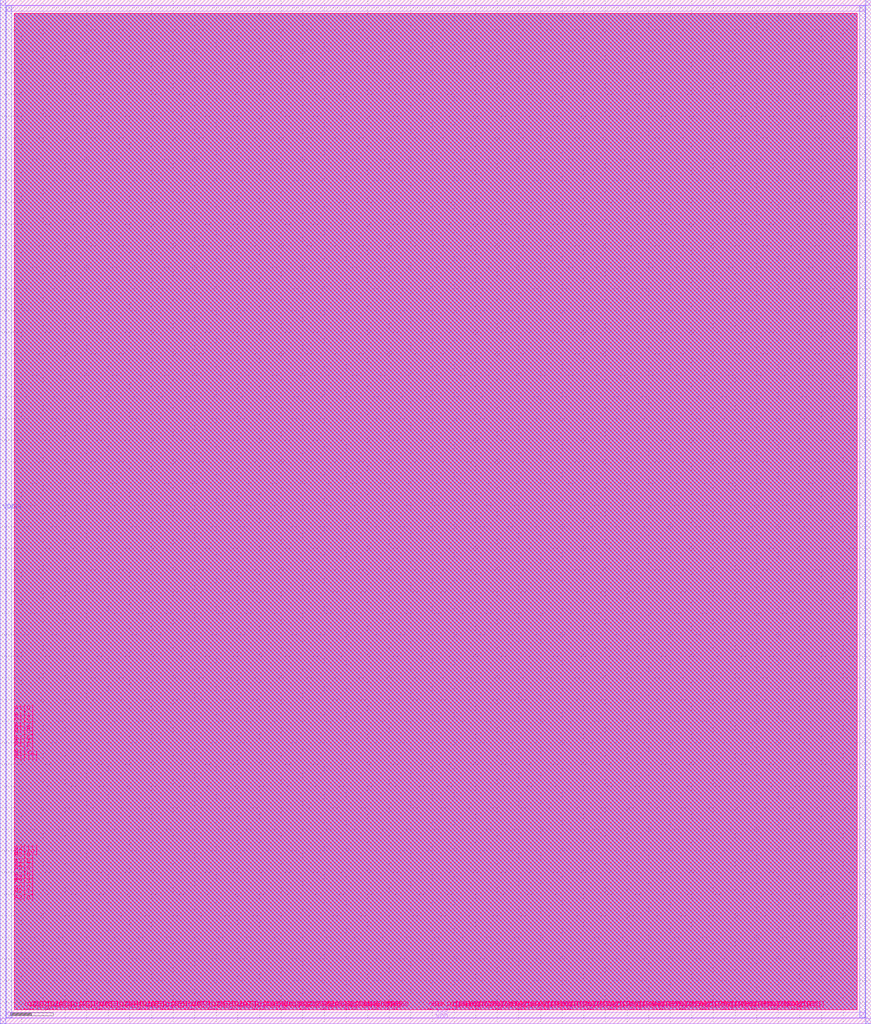
<source format=lef>
VERSION 5.6 ;
BUSBITCHARS "[]" ;
DIVIDERCHAR "/" ;


MACRO MEM2_4096X32
  CLASS BLOCK ;
  ORIGIN 0 0 ;
  FOREIGN MEM2_4096X32 0 0 ;
  SIZE 806.03 BY 947.445 ;
  SYMMETRY X Y R90 ;
  PIN A1[0]
    DIRECTION INPUT ;
    USE SIGNAL ;
    PORT
      LAYER Metal3 ;
        RECT 12.8 287.155 13.46 287.815 ;
      LAYER Metal4 ;
        RECT 12.8 287.155 13.46 287.815 ;
      LAYER Metal5 ;
        RECT 12.8 287.155 13.46 287.815 ;
      LAYER Metal6 ;
        RECT 12.8 287.155 13.46 287.815 ;
    END
  END A1[0]
  PIN A1[10]
    DIRECTION INPUT ;
    USE SIGNAL ;
    PORT
      LAYER Metal3 ;
        RECT 12.8 244.315 13.46 244.975 ;
      LAYER Metal4 ;
        RECT 12.8 244.315 13.46 244.975 ;
      LAYER Metal5 ;
        RECT 12.8 244.315 13.46 244.975 ;
      LAYER Metal6 ;
        RECT 12.8 244.315 13.46 244.975 ;
    END
  END A1[10]
  PIN A1[11]
    DIRECTION INPUT ;
    USE SIGNAL ;
    PORT
      LAYER Metal3 ;
        RECT 12.8 241.215 13.46 241.875 ;
      LAYER Metal4 ;
        RECT 12.8 241.215 13.46 241.875 ;
      LAYER Metal5 ;
        RECT 12.8 241.215 13.46 241.875 ;
      LAYER Metal6 ;
        RECT 12.8 241.215 13.46 241.875 ;
    END
  END A1[11]
  PIN A1[1]
    DIRECTION INPUT ;
    USE SIGNAL ;
    PORT
      LAYER Metal3 ;
        RECT 12.8 281.035 13.46 281.695 ;
      LAYER Metal4 ;
        RECT 12.8 281.035 13.46 281.695 ;
      LAYER Metal5 ;
        RECT 12.8 281.035 13.46 281.695 ;
      LAYER Metal6 ;
        RECT 12.8 281.035 13.46 281.695 ;
    END
  END A1[1]
  PIN A1[2]
    DIRECTION INPUT ;
    USE SIGNAL ;
    PORT
      LAYER Metal3 ;
        RECT 12.8 277.935 13.46 278.595 ;
      LAYER Metal4 ;
        RECT 12.8 277.935 13.46 278.595 ;
      LAYER Metal5 ;
        RECT 12.8 277.935 13.46 278.595 ;
      LAYER Metal6 ;
        RECT 12.8 277.935 13.46 278.595 ;
    END
  END A1[2]
  PIN A1[3]
    DIRECTION INPUT ;
    USE SIGNAL ;
    PORT
      LAYER Metal3 ;
        RECT 12.8 271.815 13.46 272.475 ;
      LAYER Metal4 ;
        RECT 12.8 271.815 13.46 272.475 ;
      LAYER Metal5 ;
        RECT 12.8 271.815 13.46 272.475 ;
      LAYER Metal6 ;
        RECT 12.8 271.815 13.46 272.475 ;
    END
  END A1[3]
  PIN A1[4]
    DIRECTION INPUT ;
    USE SIGNAL ;
    PORT
      LAYER Metal3 ;
        RECT 12.8 268.795 13.46 269.455 ;
      LAYER Metal4 ;
        RECT 12.8 268.795 13.46 269.455 ;
      LAYER Metal5 ;
        RECT 12.8 268.795 13.46 269.455 ;
      LAYER Metal6 ;
        RECT 12.8 268.795 13.46 269.455 ;
    END
  END A1[4]
  PIN A1[5]
    DIRECTION INPUT ;
    USE SIGNAL ;
    PORT
      LAYER Metal3 ;
        RECT 12.8 265.695 13.46 266.355 ;
      LAYER Metal4 ;
        RECT 12.8 265.695 13.46 266.355 ;
      LAYER Metal5 ;
        RECT 12.8 265.695 13.46 266.355 ;
      LAYER Metal6 ;
        RECT 12.8 265.695 13.46 266.355 ;
    END
  END A1[5]
  PIN A1[6]
    DIRECTION INPUT ;
    USE SIGNAL ;
    PORT
      LAYER Metal3 ;
        RECT 12.8 259.575 13.46 260.235 ;
      LAYER Metal4 ;
        RECT 12.8 259.575 13.46 260.235 ;
      LAYER Metal5 ;
        RECT 12.8 259.575 13.46 260.235 ;
      LAYER Metal6 ;
        RECT 12.8 259.575 13.46 260.235 ;
    END
  END A1[6]
  PIN A1[7]
    DIRECTION INPUT ;
    USE SIGNAL ;
    PORT
      LAYER Metal3 ;
        RECT 12.8 256.555 13.46 257.215 ;
      LAYER Metal4 ;
        RECT 12.8 256.555 13.46 257.215 ;
      LAYER Metal5 ;
        RECT 12.8 256.555 13.46 257.215 ;
      LAYER Metal6 ;
        RECT 12.8 256.555 13.46 257.215 ;
    END
  END A1[7]
  PIN A1[8]
    DIRECTION INPUT ;
    USE SIGNAL ;
    PORT
      LAYER Metal3 ;
        RECT 12.8 253.455 13.46 254.115 ;
      LAYER Metal4 ;
        RECT 12.8 253.455 13.46 254.115 ;
      LAYER Metal5 ;
        RECT 12.8 253.455 13.46 254.115 ;
      LAYER Metal6 ;
        RECT 12.8 253.455 13.46 254.115 ;
    END
  END A1[8]
  PIN A1[9]
    DIRECTION INPUT ;
    USE SIGNAL ;
    PORT
      LAYER Metal3 ;
        RECT 12.8 247.335 13.46 247.995 ;
      LAYER Metal4 ;
        RECT 12.8 247.335 13.46 247.995 ;
      LAYER Metal5 ;
        RECT 12.8 247.335 13.46 247.995 ;
      LAYER Metal6 ;
        RECT 12.8 247.335 13.46 247.995 ;
    END
  END A1[9]
  PIN A2[0]
    DIRECTION INPUT ;
    USE SIGNAL ;
    PORT
      LAYER Metal3 ;
        RECT 12.8 111.515 13.46 112.175 ;
      LAYER Metal4 ;
        RECT 12.8 111.515 13.46 112.175 ;
      LAYER Metal5 ;
        RECT 12.8 111.515 13.46 112.175 ;
      LAYER Metal6 ;
        RECT 12.8 111.515 13.46 112.175 ;
    END
  END A2[0]
  PIN A2[10]
    DIRECTION INPUT ;
    USE SIGNAL ;
    PORT
      LAYER Metal3 ;
        RECT 12.8 154.355 13.46 155.015 ;
      LAYER Metal4 ;
        RECT 12.8 154.355 13.46 155.015 ;
      LAYER Metal5 ;
        RECT 12.8 154.355 13.46 155.015 ;
      LAYER Metal6 ;
        RECT 12.8 154.355 13.46 155.015 ;
    END
  END A2[10]
  PIN A2[11]
    DIRECTION INPUT ;
    USE SIGNAL ;
    PORT
      LAYER Metal3 ;
        RECT 12.8 157.455 13.46 158.115 ;
      LAYER Metal4 ;
        RECT 12.8 157.455 13.46 158.115 ;
      LAYER Metal5 ;
        RECT 12.8 157.455 13.46 158.115 ;
      LAYER Metal6 ;
        RECT 12.8 157.455 13.46 158.115 ;
    END
  END A2[11]
  PIN A2[1]
    DIRECTION INPUT ;
    USE SIGNAL ;
    PORT
      LAYER Metal3 ;
        RECT 12.8 117.635 13.46 118.295 ;
      LAYER Metal4 ;
        RECT 12.8 117.635 13.46 118.295 ;
      LAYER Metal5 ;
        RECT 12.8 117.635 13.46 118.295 ;
      LAYER Metal6 ;
        RECT 12.8 117.635 13.46 118.295 ;
    END
  END A2[1]
  PIN A2[2]
    DIRECTION INPUT ;
    USE SIGNAL ;
    PORT
      LAYER Metal3 ;
        RECT 12.8 120.735 13.46 121.395 ;
      LAYER Metal4 ;
        RECT 12.8 120.735 13.46 121.395 ;
      LAYER Metal5 ;
        RECT 12.8 120.735 13.46 121.395 ;
      LAYER Metal6 ;
        RECT 12.8 120.735 13.46 121.395 ;
    END
  END A2[2]
  PIN A2[3]
    DIRECTION INPUT ;
    USE SIGNAL ;
    PORT
      LAYER Metal3 ;
        RECT 12.8 126.855 13.46 127.515 ;
      LAYER Metal4 ;
        RECT 12.8 126.855 13.46 127.515 ;
      LAYER Metal5 ;
        RECT 12.8 126.855 13.46 127.515 ;
      LAYER Metal6 ;
        RECT 12.8 126.855 13.46 127.515 ;
    END
  END A2[3]
  PIN A2[4]
    DIRECTION INPUT ;
    USE SIGNAL ;
    PORT
      LAYER Metal3 ;
        RECT 12.8 129.875 13.46 130.535 ;
      LAYER Metal4 ;
        RECT 12.8 129.875 13.46 130.535 ;
      LAYER Metal5 ;
        RECT 12.8 129.875 13.46 130.535 ;
      LAYER Metal6 ;
        RECT 12.8 129.875 13.46 130.535 ;
    END
  END A2[4]
  PIN A2[5]
    DIRECTION INPUT ;
    USE SIGNAL ;
    PORT
      LAYER Metal3 ;
        RECT 12.8 132.975 13.46 133.635 ;
      LAYER Metal4 ;
        RECT 12.8 132.975 13.46 133.635 ;
      LAYER Metal5 ;
        RECT 12.8 132.975 13.46 133.635 ;
      LAYER Metal6 ;
        RECT 12.8 132.975 13.46 133.635 ;
    END
  END A2[5]
  PIN A2[6]
    DIRECTION INPUT ;
    USE SIGNAL ;
    PORT
      LAYER Metal3 ;
        RECT 12.8 139.095 13.46 139.755 ;
      LAYER Metal4 ;
        RECT 12.8 139.095 13.46 139.755 ;
      LAYER Metal5 ;
        RECT 12.8 139.095 13.46 139.755 ;
      LAYER Metal6 ;
        RECT 12.8 139.095 13.46 139.755 ;
    END
  END A2[6]
  PIN A2[7]
    DIRECTION INPUT ;
    USE SIGNAL ;
    PORT
      LAYER Metal3 ;
        RECT 12.8 142.115 13.46 142.775 ;
      LAYER Metal4 ;
        RECT 12.8 142.115 13.46 142.775 ;
      LAYER Metal5 ;
        RECT 12.8 142.115 13.46 142.775 ;
      LAYER Metal6 ;
        RECT 12.8 142.115 13.46 142.775 ;
    END
  END A2[7]
  PIN A2[8]
    DIRECTION INPUT ;
    USE SIGNAL ;
    PORT
      LAYER Metal3 ;
        RECT 12.8 145.215 13.46 145.875 ;
      LAYER Metal4 ;
        RECT 12.8 145.215 13.46 145.875 ;
      LAYER Metal5 ;
        RECT 12.8 145.215 13.46 145.875 ;
      LAYER Metal6 ;
        RECT 12.8 145.215 13.46 145.875 ;
    END
  END A2[8]
  PIN A2[9]
    DIRECTION INPUT ;
    USE SIGNAL ;
    PORT
      LAYER Metal3 ;
        RECT 12.8 151.335 13.46 151.995 ;
      LAYER Metal4 ;
        RECT 12.8 151.335 13.46 151.995 ;
      LAYER Metal5 ;
        RECT 12.8 151.335 13.46 151.995 ;
      LAYER Metal6 ;
        RECT 12.8 151.335 13.46 151.995 ;
    END
  END A2[9]
  PIN CE1
    DIRECTION INPUT ;
    USE SIGNAL ;
    PORT
      LAYER Metal3 ;
        RECT 395.57 13 396.23 13.66 ;
      LAYER Metal4 ;
        RECT 395.57 13 396.23 13.66 ;
      LAYER Metal5 ;
        RECT 395.57 13 396.23 13.66 ;
      LAYER Metal6 ;
        RECT 395.57 13 396.23 13.66 ;
    END
  END CE1
  PIN CE2
    DIRECTION INPUT ;
    USE SIGNAL ;
    PORT
      LAYER Metal3 ;
        RECT 366.6 13 367.26 13.66 ;
      LAYER Metal4 ;
        RECT 366.6 13 367.26 13.66 ;
      LAYER Metal5 ;
        RECT 366.6 13 367.26 13.66 ;
      LAYER Metal6 ;
        RECT 366.6 13 367.26 13.66 ;
    END
  END CE2
  PIN CK1
    DIRECTION INPUT ;
    USE SIGNAL ;
    PORT
      LAYER Metal3 ;
        RECT 404.195 13 404.855 13.66 ;
      LAYER Metal4 ;
        RECT 404.195 13 404.855 13.66 ;
      LAYER Metal5 ;
        RECT 404.195 13 404.855 13.66 ;
      LAYER Metal6 ;
        RECT 404.195 13 404.855 13.66 ;
    END
  END CK1
  PIN CK2
    DIRECTION INPUT ;
    USE SIGNAL ;
    PORT
      LAYER Metal3 ;
        RECT 357.975 13 358.635 13.66 ;
      LAYER Metal4 ;
        RECT 357.975 13 358.635 13.66 ;
      LAYER Metal5 ;
        RECT 357.975 13 358.635 13.66 ;
      LAYER Metal6 ;
        RECT 357.975 13 358.635 13.66 ;
    END
  END CK2
  PIN D1[0]
    DIRECTION INPUT ;
    USE SIGNAL ;
    PORT
      LAYER Metal3 ;
        RECT 21.91 13 22.57 13.66 ;
      LAYER Metal4 ;
        RECT 21.91 13 22.57 13.66 ;
      LAYER Metal5 ;
        RECT 21.91 13 22.57 13.66 ;
      LAYER Metal6 ;
        RECT 21.91 13 22.57 13.66 ;
    END
  END D1[0]
  PIN D1[10]
    DIRECTION INPUT ;
    USE SIGNAL ;
    PORT
      LAYER Metal3 ;
        RECT 234.71 13 235.37 13.66 ;
      LAYER Metal4 ;
        RECT 234.71 13 235.37 13.66 ;
      LAYER Metal5 ;
        RECT 234.71 13 235.37 13.66 ;
      LAYER Metal6 ;
        RECT 234.71 13 235.37 13.66 ;
    END
  END D1[10]
  PIN D1[11]
    DIRECTION INPUT ;
    USE SIGNAL ;
    PORT
      LAYER Metal3 ;
        RECT 264.03 13 264.69 13.66 ;
      LAYER Metal4 ;
        RECT 264.03 13 264.69 13.66 ;
      LAYER Metal5 ;
        RECT 264.03 13 264.69 13.66 ;
      LAYER Metal6 ;
        RECT 264.03 13 264.69 13.66 ;
    END
  END D1[11]
  PIN D1[12]
    DIRECTION INPUT ;
    USE SIGNAL ;
    PORT
      LAYER Metal3 ;
        RECT 277.27 13 277.93 13.66 ;
      LAYER Metal4 ;
        RECT 277.27 13 277.93 13.66 ;
      LAYER Metal5 ;
        RECT 277.27 13 277.93 13.66 ;
      LAYER Metal6 ;
        RECT 277.27 13 277.93 13.66 ;
    END
  END D1[12]
  PIN D1[13]
    DIRECTION INPUT ;
    USE SIGNAL ;
    PORT
      LAYER Metal3 ;
        RECT 306.59 13 307.25 13.66 ;
      LAYER Metal4 ;
        RECT 306.59 13 307.25 13.66 ;
      LAYER Metal5 ;
        RECT 306.59 13 307.25 13.66 ;
      LAYER Metal6 ;
        RECT 306.59 13 307.25 13.66 ;
    END
  END D1[13]
  PIN D1[14]
    DIRECTION INPUT ;
    USE SIGNAL ;
    PORT
      LAYER Metal3 ;
        RECT 319.83 13 320.49 13.66 ;
      LAYER Metal4 ;
        RECT 319.83 13 320.49 13.66 ;
      LAYER Metal5 ;
        RECT 319.83 13 320.49 13.66 ;
      LAYER Metal6 ;
        RECT 319.83 13 320.49 13.66 ;
    END
  END D1[14]
  PIN D1[15]
    DIRECTION INPUT ;
    USE SIGNAL ;
    PORT
      LAYER Metal3 ;
        RECT 349.15 13 349.81 13.66 ;
      LAYER Metal4 ;
        RECT 349.15 13 349.81 13.66 ;
      LAYER Metal5 ;
        RECT 349.15 13 349.81 13.66 ;
      LAYER Metal6 ;
        RECT 349.15 13 349.81 13.66 ;
    END
  END D1[15]
  PIN D1[16]
    DIRECTION INPUT ;
    USE SIGNAL ;
    PORT
      LAYER Metal3 ;
        RECT 413.02 13 413.68 13.66 ;
      LAYER Metal4 ;
        RECT 413.02 13 413.68 13.66 ;
      LAYER Metal5 ;
        RECT 413.02 13 413.68 13.66 ;
      LAYER Metal6 ;
        RECT 413.02 13 413.68 13.66 ;
    END
  END D1[16]
  PIN D1[17]
    DIRECTION INPUT ;
    USE SIGNAL ;
    PORT
      LAYER Metal3 ;
        RECT 442.34 13 443 13.66 ;
      LAYER Metal4 ;
        RECT 442.34 13 443 13.66 ;
      LAYER Metal5 ;
        RECT 442.34 13 443 13.66 ;
      LAYER Metal6 ;
        RECT 442.34 13 443 13.66 ;
    END
  END D1[17]
  PIN D1[18]
    DIRECTION INPUT ;
    USE SIGNAL ;
    PORT
      LAYER Metal3 ;
        RECT 455.58 13 456.24 13.66 ;
      LAYER Metal4 ;
        RECT 455.58 13 456.24 13.66 ;
      LAYER Metal5 ;
        RECT 455.58 13 456.24 13.66 ;
      LAYER Metal6 ;
        RECT 455.58 13 456.24 13.66 ;
    END
  END D1[18]
  PIN D1[19]
    DIRECTION INPUT ;
    USE SIGNAL ;
    PORT
      LAYER Metal3 ;
        RECT 484.9 13 485.56 13.66 ;
      LAYER Metal4 ;
        RECT 484.9 13 485.56 13.66 ;
      LAYER Metal5 ;
        RECT 484.9 13 485.56 13.66 ;
      LAYER Metal6 ;
        RECT 484.9 13 485.56 13.66 ;
    END
  END D1[19]
  PIN D1[1]
    DIRECTION INPUT ;
    USE SIGNAL ;
    PORT
      LAYER Metal3 ;
        RECT 51.23 13 51.89 13.66 ;
      LAYER Metal4 ;
        RECT 51.23 13 51.89 13.66 ;
      LAYER Metal5 ;
        RECT 51.23 13 51.89 13.66 ;
      LAYER Metal6 ;
        RECT 51.23 13 51.89 13.66 ;
    END
  END D1[1]
  PIN D1[20]
    DIRECTION INPUT ;
    USE SIGNAL ;
    PORT
      LAYER Metal3 ;
        RECT 498.14 13 498.8 13.66 ;
      LAYER Metal4 ;
        RECT 498.14 13 498.8 13.66 ;
      LAYER Metal5 ;
        RECT 498.14 13 498.8 13.66 ;
      LAYER Metal6 ;
        RECT 498.14 13 498.8 13.66 ;
    END
  END D1[20]
  PIN D1[21]
    DIRECTION INPUT ;
    USE SIGNAL ;
    PORT
      LAYER Metal3 ;
        RECT 527.46 13 528.12 13.66 ;
      LAYER Metal4 ;
        RECT 527.46 13 528.12 13.66 ;
      LAYER Metal5 ;
        RECT 527.46 13 528.12 13.66 ;
      LAYER Metal6 ;
        RECT 527.46 13 528.12 13.66 ;
    END
  END D1[21]
  PIN D1[22]
    DIRECTION INPUT ;
    USE SIGNAL ;
    PORT
      LAYER Metal3 ;
        RECT 540.7 13 541.36 13.66 ;
      LAYER Metal4 ;
        RECT 540.7 13 541.36 13.66 ;
      LAYER Metal5 ;
        RECT 540.7 13 541.36 13.66 ;
      LAYER Metal6 ;
        RECT 540.7 13 541.36 13.66 ;
    END
  END D1[22]
  PIN D1[23]
    DIRECTION INPUT ;
    USE SIGNAL ;
    PORT
      LAYER Metal3 ;
        RECT 570.02 13 570.68 13.66 ;
      LAYER Metal4 ;
        RECT 570.02 13 570.68 13.66 ;
      LAYER Metal5 ;
        RECT 570.02 13 570.68 13.66 ;
      LAYER Metal6 ;
        RECT 570.02 13 570.68 13.66 ;
    END
  END D1[23]
  PIN D1[24]
    DIRECTION INPUT ;
    USE SIGNAL ;
    PORT
      LAYER Metal3 ;
        RECT 583.26 13 583.92 13.66 ;
      LAYER Metal4 ;
        RECT 583.26 13 583.92 13.66 ;
      LAYER Metal5 ;
        RECT 583.26 13 583.92 13.66 ;
      LAYER Metal6 ;
        RECT 583.26 13 583.92 13.66 ;
    END
  END D1[24]
  PIN D1[25]
    DIRECTION INPUT ;
    USE SIGNAL ;
    PORT
      LAYER Metal3 ;
        RECT 612.58 13 613.24 13.66 ;
      LAYER Metal4 ;
        RECT 612.58 13 613.24 13.66 ;
      LAYER Metal5 ;
        RECT 612.58 13 613.24 13.66 ;
      LAYER Metal6 ;
        RECT 612.58 13 613.24 13.66 ;
    END
  END D1[25]
  PIN D1[26]
    DIRECTION INPUT ;
    USE SIGNAL ;
    PORT
      LAYER Metal3 ;
        RECT 625.82 13 626.48 13.66 ;
      LAYER Metal4 ;
        RECT 625.82 13 626.48 13.66 ;
      LAYER Metal5 ;
        RECT 625.82 13 626.48 13.66 ;
      LAYER Metal6 ;
        RECT 625.82 13 626.48 13.66 ;
    END
  END D1[26]
  PIN D1[27]
    DIRECTION INPUT ;
    USE SIGNAL ;
    PORT
      LAYER Metal3 ;
        RECT 655.14 13 655.8 13.66 ;
      LAYER Metal4 ;
        RECT 655.14 13 655.8 13.66 ;
      LAYER Metal5 ;
        RECT 655.14 13 655.8 13.66 ;
      LAYER Metal6 ;
        RECT 655.14 13 655.8 13.66 ;
    END
  END D1[27]
  PIN D1[28]
    DIRECTION INPUT ;
    USE SIGNAL ;
    PORT
      LAYER Metal3 ;
        RECT 668.38 13 669.04 13.66 ;
      LAYER Metal4 ;
        RECT 668.38 13 669.04 13.66 ;
      LAYER Metal5 ;
        RECT 668.38 13 669.04 13.66 ;
      LAYER Metal6 ;
        RECT 668.38 13 669.04 13.66 ;
    END
  END D1[28]
  PIN D1[29]
    DIRECTION INPUT ;
    USE SIGNAL ;
    PORT
      LAYER Metal3 ;
        RECT 697.7 13 698.36 13.66 ;
      LAYER Metal4 ;
        RECT 697.7 13 698.36 13.66 ;
      LAYER Metal5 ;
        RECT 697.7 13 698.36 13.66 ;
      LAYER Metal6 ;
        RECT 697.7 13 698.36 13.66 ;
    END
  END D1[29]
  PIN D1[2]
    DIRECTION INPUT ;
    USE SIGNAL ;
    PORT
      LAYER Metal3 ;
        RECT 64.47 13 65.13 13.66 ;
      LAYER Metal4 ;
        RECT 64.47 13 65.13 13.66 ;
      LAYER Metal5 ;
        RECT 64.47 13 65.13 13.66 ;
      LAYER Metal6 ;
        RECT 64.47 13 65.13 13.66 ;
    END
  END D1[2]
  PIN D1[30]
    DIRECTION INPUT ;
    USE SIGNAL ;
    PORT
      LAYER Metal3 ;
        RECT 710.94 13 711.6 13.66 ;
      LAYER Metal4 ;
        RECT 710.94 13 711.6 13.66 ;
      LAYER Metal5 ;
        RECT 710.94 13 711.6 13.66 ;
      LAYER Metal6 ;
        RECT 710.94 13 711.6 13.66 ;
    END
  END D1[30]
  PIN D1[31]
    DIRECTION INPUT ;
    USE SIGNAL ;
    PORT
      LAYER Metal3 ;
        RECT 740.26 13 740.92 13.66 ;
      LAYER Metal4 ;
        RECT 740.26 13 740.92 13.66 ;
      LAYER Metal5 ;
        RECT 740.26 13 740.92 13.66 ;
      LAYER Metal6 ;
        RECT 740.26 13 740.92 13.66 ;
    END
  END D1[31]
  PIN D1[3]
    DIRECTION INPUT ;
    USE SIGNAL ;
    PORT
      LAYER Metal3 ;
        RECT 93.79 13 94.45 13.66 ;
      LAYER Metal4 ;
        RECT 93.79 13 94.45 13.66 ;
      LAYER Metal5 ;
        RECT 93.79 13 94.45 13.66 ;
      LAYER Metal6 ;
        RECT 93.79 13 94.45 13.66 ;
    END
  END D1[3]
  PIN D1[4]
    DIRECTION INPUT ;
    USE SIGNAL ;
    PORT
      LAYER Metal3 ;
        RECT 107.03 13 107.69 13.66 ;
      LAYER Metal4 ;
        RECT 107.03 13 107.69 13.66 ;
      LAYER Metal5 ;
        RECT 107.03 13 107.69 13.66 ;
      LAYER Metal6 ;
        RECT 107.03 13 107.69 13.66 ;
    END
  END D1[4]
  PIN D1[5]
    DIRECTION INPUT ;
    USE SIGNAL ;
    PORT
      LAYER Metal3 ;
        RECT 136.35 13 137.01 13.66 ;
      LAYER Metal4 ;
        RECT 136.35 13 137.01 13.66 ;
      LAYER Metal5 ;
        RECT 136.35 13 137.01 13.66 ;
      LAYER Metal6 ;
        RECT 136.35 13 137.01 13.66 ;
    END
  END D1[5]
  PIN D1[6]
    DIRECTION INPUT ;
    USE SIGNAL ;
    PORT
      LAYER Metal3 ;
        RECT 149.59 13 150.25 13.66 ;
      LAYER Metal4 ;
        RECT 149.59 13 150.25 13.66 ;
      LAYER Metal5 ;
        RECT 149.59 13 150.25 13.66 ;
      LAYER Metal6 ;
        RECT 149.59 13 150.25 13.66 ;
    END
  END D1[6]
  PIN D1[7]
    DIRECTION INPUT ;
    USE SIGNAL ;
    PORT
      LAYER Metal3 ;
        RECT 178.91 13 179.57 13.66 ;
      LAYER Metal4 ;
        RECT 178.91 13 179.57 13.66 ;
      LAYER Metal5 ;
        RECT 178.91 13 179.57 13.66 ;
      LAYER Metal6 ;
        RECT 178.91 13 179.57 13.66 ;
    END
  END D1[7]
  PIN D1[8]
    DIRECTION INPUT ;
    USE SIGNAL ;
    PORT
      LAYER Metal3 ;
        RECT 192.15 13 192.81 13.66 ;
      LAYER Metal4 ;
        RECT 192.15 13 192.81 13.66 ;
      LAYER Metal5 ;
        RECT 192.15 13 192.81 13.66 ;
      LAYER Metal6 ;
        RECT 192.15 13 192.81 13.66 ;
    END
  END D1[8]
  PIN D1[9]
    DIRECTION INPUT ;
    USE SIGNAL ;
    PORT
      LAYER Metal3 ;
        RECT 221.47 13 222.13 13.66 ;
      LAYER Metal4 ;
        RECT 221.47 13 222.13 13.66 ;
      LAYER Metal5 ;
        RECT 221.47 13 222.13 13.66 ;
      LAYER Metal6 ;
        RECT 221.47 13 222.13 13.66 ;
    END
  END D1[9]
  PIN D2[0]
    DIRECTION INPUT ;
    USE SIGNAL ;
    PORT
      LAYER Metal3 ;
        RECT 29.95 13 30.61 13.66 ;
      LAYER Metal4 ;
        RECT 29.95 13 30.61 13.66 ;
      LAYER Metal5 ;
        RECT 29.95 13 30.61 13.66 ;
      LAYER Metal6 ;
        RECT 29.95 13 30.61 13.66 ;
    END
  END D2[0]
  PIN D2[10]
    DIRECTION INPUT ;
    USE SIGNAL ;
    PORT
      LAYER Metal3 ;
        RECT 242.75 13 243.41 13.66 ;
      LAYER Metal4 ;
        RECT 242.75 13 243.41 13.66 ;
      LAYER Metal5 ;
        RECT 242.75 13 243.41 13.66 ;
      LAYER Metal6 ;
        RECT 242.75 13 243.41 13.66 ;
    END
  END D2[10]
  PIN D2[11]
    DIRECTION INPUT ;
    USE SIGNAL ;
    PORT
      LAYER Metal3 ;
        RECT 255.99 13 256.65 13.66 ;
      LAYER Metal4 ;
        RECT 255.99 13 256.65 13.66 ;
      LAYER Metal5 ;
        RECT 255.99 13 256.65 13.66 ;
      LAYER Metal6 ;
        RECT 255.99 13 256.65 13.66 ;
    END
  END D2[11]
  PIN D2[12]
    DIRECTION INPUT ;
    USE SIGNAL ;
    PORT
      LAYER Metal3 ;
        RECT 285.31 13 285.97 13.66 ;
      LAYER Metal4 ;
        RECT 285.31 13 285.97 13.66 ;
      LAYER Metal5 ;
        RECT 285.31 13 285.97 13.66 ;
      LAYER Metal6 ;
        RECT 285.31 13 285.97 13.66 ;
    END
  END D2[12]
  PIN D2[13]
    DIRECTION INPUT ;
    USE SIGNAL ;
    PORT
      LAYER Metal3 ;
        RECT 298.55 13 299.21 13.66 ;
      LAYER Metal4 ;
        RECT 298.55 13 299.21 13.66 ;
      LAYER Metal5 ;
        RECT 298.55 13 299.21 13.66 ;
      LAYER Metal6 ;
        RECT 298.55 13 299.21 13.66 ;
    END
  END D2[13]
  PIN D2[14]
    DIRECTION INPUT ;
    USE SIGNAL ;
    PORT
      LAYER Metal3 ;
        RECT 327.87 13 328.53 13.66 ;
      LAYER Metal4 ;
        RECT 327.87 13 328.53 13.66 ;
      LAYER Metal5 ;
        RECT 327.87 13 328.53 13.66 ;
      LAYER Metal6 ;
        RECT 327.87 13 328.53 13.66 ;
    END
  END D2[14]
  PIN D2[15]
    DIRECTION INPUT ;
    USE SIGNAL ;
    PORT
      LAYER Metal3 ;
        RECT 341.11 13 341.77 13.66 ;
      LAYER Metal4 ;
        RECT 341.11 13 341.77 13.66 ;
      LAYER Metal5 ;
        RECT 341.11 13 341.77 13.66 ;
      LAYER Metal6 ;
        RECT 341.11 13 341.77 13.66 ;
    END
  END D2[15]
  PIN D2[16]
    DIRECTION INPUT ;
    USE SIGNAL ;
    PORT
      LAYER Metal3 ;
        RECT 421.06 13 421.72 13.66 ;
      LAYER Metal4 ;
        RECT 421.06 13 421.72 13.66 ;
      LAYER Metal5 ;
        RECT 421.06 13 421.72 13.66 ;
      LAYER Metal6 ;
        RECT 421.06 13 421.72 13.66 ;
    END
  END D2[16]
  PIN D2[17]
    DIRECTION INPUT ;
    USE SIGNAL ;
    PORT
      LAYER Metal3 ;
        RECT 434.3 13 434.96 13.66 ;
      LAYER Metal4 ;
        RECT 434.3 13 434.96 13.66 ;
      LAYER Metal5 ;
        RECT 434.3 13 434.96 13.66 ;
      LAYER Metal6 ;
        RECT 434.3 13 434.96 13.66 ;
    END
  END D2[17]
  PIN D2[18]
    DIRECTION INPUT ;
    USE SIGNAL ;
    PORT
      LAYER Metal3 ;
        RECT 463.62 13 464.28 13.66 ;
      LAYER Metal4 ;
        RECT 463.62 13 464.28 13.66 ;
      LAYER Metal5 ;
        RECT 463.62 13 464.28 13.66 ;
      LAYER Metal6 ;
        RECT 463.62 13 464.28 13.66 ;
    END
  END D2[18]
  PIN D2[19]
    DIRECTION INPUT ;
    USE SIGNAL ;
    PORT
      LAYER Metal3 ;
        RECT 476.86 13 477.52 13.66 ;
      LAYER Metal4 ;
        RECT 476.86 13 477.52 13.66 ;
      LAYER Metal5 ;
        RECT 476.86 13 477.52 13.66 ;
      LAYER Metal6 ;
        RECT 476.86 13 477.52 13.66 ;
    END
  END D2[19]
  PIN D2[1]
    DIRECTION INPUT ;
    USE SIGNAL ;
    PORT
      LAYER Metal3 ;
        RECT 43.19 13 43.85 13.66 ;
      LAYER Metal4 ;
        RECT 43.19 13 43.85 13.66 ;
      LAYER Metal5 ;
        RECT 43.19 13 43.85 13.66 ;
      LAYER Metal6 ;
        RECT 43.19 13 43.85 13.66 ;
    END
  END D2[1]
  PIN D2[20]
    DIRECTION INPUT ;
    USE SIGNAL ;
    PORT
      LAYER Metal3 ;
        RECT 506.18 13 506.84 13.66 ;
      LAYER Metal4 ;
        RECT 506.18 13 506.84 13.66 ;
      LAYER Metal5 ;
        RECT 506.18 13 506.84 13.66 ;
      LAYER Metal6 ;
        RECT 506.18 13 506.84 13.66 ;
    END
  END D2[20]
  PIN D2[21]
    DIRECTION INPUT ;
    USE SIGNAL ;
    PORT
      LAYER Metal3 ;
        RECT 519.42 13 520.08 13.66 ;
      LAYER Metal4 ;
        RECT 519.42 13 520.08 13.66 ;
      LAYER Metal5 ;
        RECT 519.42 13 520.08 13.66 ;
      LAYER Metal6 ;
        RECT 519.42 13 520.08 13.66 ;
    END
  END D2[21]
  PIN D2[22]
    DIRECTION INPUT ;
    USE SIGNAL ;
    PORT
      LAYER Metal3 ;
        RECT 548.74 13 549.4 13.66 ;
      LAYER Metal4 ;
        RECT 548.74 13 549.4 13.66 ;
      LAYER Metal5 ;
        RECT 548.74 13 549.4 13.66 ;
      LAYER Metal6 ;
        RECT 548.74 13 549.4 13.66 ;
    END
  END D2[22]
  PIN D2[23]
    DIRECTION INPUT ;
    USE SIGNAL ;
    PORT
      LAYER Metal3 ;
        RECT 561.98 13 562.64 13.66 ;
      LAYER Metal4 ;
        RECT 561.98 13 562.64 13.66 ;
      LAYER Metal5 ;
        RECT 561.98 13 562.64 13.66 ;
      LAYER Metal6 ;
        RECT 561.98 13 562.64 13.66 ;
    END
  END D2[23]
  PIN D2[24]
    DIRECTION INPUT ;
    USE SIGNAL ;
    PORT
      LAYER Metal3 ;
        RECT 591.3 13 591.96 13.66 ;
      LAYER Metal4 ;
        RECT 591.3 13 591.96 13.66 ;
      LAYER Metal5 ;
        RECT 591.3 13 591.96 13.66 ;
      LAYER Metal6 ;
        RECT 591.3 13 591.96 13.66 ;
    END
  END D2[24]
  PIN D2[25]
    DIRECTION INPUT ;
    USE SIGNAL ;
    PORT
      LAYER Metal3 ;
        RECT 604.54 13 605.2 13.66 ;
      LAYER Metal4 ;
        RECT 604.54 13 605.2 13.66 ;
      LAYER Metal5 ;
        RECT 604.54 13 605.2 13.66 ;
      LAYER Metal6 ;
        RECT 604.54 13 605.2 13.66 ;
    END
  END D2[25]
  PIN D2[26]
    DIRECTION INPUT ;
    USE SIGNAL ;
    PORT
      LAYER Metal3 ;
        RECT 633.86 13 634.52 13.66 ;
      LAYER Metal4 ;
        RECT 633.86 13 634.52 13.66 ;
      LAYER Metal5 ;
        RECT 633.86 13 634.52 13.66 ;
      LAYER Metal6 ;
        RECT 633.86 13 634.52 13.66 ;
    END
  END D2[26]
  PIN D2[27]
    DIRECTION INPUT ;
    USE SIGNAL ;
    PORT
      LAYER Metal3 ;
        RECT 647.1 13 647.76 13.66 ;
      LAYER Metal4 ;
        RECT 647.1 13 647.76 13.66 ;
      LAYER Metal5 ;
        RECT 647.1 13 647.76 13.66 ;
      LAYER Metal6 ;
        RECT 647.1 13 647.76 13.66 ;
    END
  END D2[27]
  PIN D2[28]
    DIRECTION INPUT ;
    USE SIGNAL ;
    PORT
      LAYER Metal3 ;
        RECT 676.42 13 677.08 13.66 ;
      LAYER Metal4 ;
        RECT 676.42 13 677.08 13.66 ;
      LAYER Metal5 ;
        RECT 676.42 13 677.08 13.66 ;
      LAYER Metal6 ;
        RECT 676.42 13 677.08 13.66 ;
    END
  END D2[28]
  PIN D2[29]
    DIRECTION INPUT ;
    USE SIGNAL ;
    PORT
      LAYER Metal3 ;
        RECT 689.66 13 690.32 13.66 ;
      LAYER Metal4 ;
        RECT 689.66 13 690.32 13.66 ;
      LAYER Metal5 ;
        RECT 689.66 13 690.32 13.66 ;
      LAYER Metal6 ;
        RECT 689.66 13 690.32 13.66 ;
    END
  END D2[29]
  PIN D2[2]
    DIRECTION INPUT ;
    USE SIGNAL ;
    PORT
      LAYER Metal3 ;
        RECT 72.51 13 73.17 13.66 ;
      LAYER Metal4 ;
        RECT 72.51 13 73.17 13.66 ;
      LAYER Metal5 ;
        RECT 72.51 13 73.17 13.66 ;
      LAYER Metal6 ;
        RECT 72.51 13 73.17 13.66 ;
    END
  END D2[2]
  PIN D2[30]
    DIRECTION INPUT ;
    USE SIGNAL ;
    PORT
      LAYER Metal3 ;
        RECT 718.98 13 719.64 13.66 ;
      LAYER Metal4 ;
        RECT 718.98 13 719.64 13.66 ;
      LAYER Metal5 ;
        RECT 718.98 13 719.64 13.66 ;
      LAYER Metal6 ;
        RECT 718.98 13 719.64 13.66 ;
    END
  END D2[30]
  PIN D2[31]
    DIRECTION INPUT ;
    USE SIGNAL ;
    PORT
      LAYER Metal3 ;
        RECT 732.22 13 732.88 13.66 ;
      LAYER Metal4 ;
        RECT 732.22 13 732.88 13.66 ;
      LAYER Metal5 ;
        RECT 732.22 13 732.88 13.66 ;
      LAYER Metal6 ;
        RECT 732.22 13 732.88 13.66 ;
    END
  END D2[31]
  PIN D2[3]
    DIRECTION INPUT ;
    USE SIGNAL ;
    PORT
      LAYER Metal3 ;
        RECT 85.75 13 86.41 13.66 ;
      LAYER Metal4 ;
        RECT 85.75 13 86.41 13.66 ;
      LAYER Metal5 ;
        RECT 85.75 13 86.41 13.66 ;
      LAYER Metal6 ;
        RECT 85.75 13 86.41 13.66 ;
    END
  END D2[3]
  PIN D2[4]
    DIRECTION INPUT ;
    USE SIGNAL ;
    PORT
      LAYER Metal3 ;
        RECT 115.07 13 115.73 13.66 ;
      LAYER Metal4 ;
        RECT 115.07 13 115.73 13.66 ;
      LAYER Metal5 ;
        RECT 115.07 13 115.73 13.66 ;
      LAYER Metal6 ;
        RECT 115.07 13 115.73 13.66 ;
    END
  END D2[4]
  PIN D2[5]
    DIRECTION INPUT ;
    USE SIGNAL ;
    PORT
      LAYER Metal3 ;
        RECT 128.31 13 128.97 13.66 ;
      LAYER Metal4 ;
        RECT 128.31 13 128.97 13.66 ;
      LAYER Metal5 ;
        RECT 128.31 13 128.97 13.66 ;
      LAYER Metal6 ;
        RECT 128.31 13 128.97 13.66 ;
    END
  END D2[5]
  PIN D2[6]
    DIRECTION INPUT ;
    USE SIGNAL ;
    PORT
      LAYER Metal3 ;
        RECT 157.63 13 158.29 13.66 ;
      LAYER Metal4 ;
        RECT 157.63 13 158.29 13.66 ;
      LAYER Metal5 ;
        RECT 157.63 13 158.29 13.66 ;
      LAYER Metal6 ;
        RECT 157.63 13 158.29 13.66 ;
    END
  END D2[6]
  PIN D2[7]
    DIRECTION INPUT ;
    USE SIGNAL ;
    PORT
      LAYER Metal3 ;
        RECT 170.87 13 171.53 13.66 ;
      LAYER Metal4 ;
        RECT 170.87 13 171.53 13.66 ;
      LAYER Metal5 ;
        RECT 170.87 13 171.53 13.66 ;
      LAYER Metal6 ;
        RECT 170.87 13 171.53 13.66 ;
    END
  END D2[7]
  PIN D2[8]
    DIRECTION INPUT ;
    USE SIGNAL ;
    PORT
      LAYER Metal3 ;
        RECT 200.19 13 200.85 13.66 ;
      LAYER Metal4 ;
        RECT 200.19 13 200.85 13.66 ;
      LAYER Metal5 ;
        RECT 200.19 13 200.85 13.66 ;
      LAYER Metal6 ;
        RECT 200.19 13 200.85 13.66 ;
    END
  END D2[8]
  PIN D2[9]
    DIRECTION INPUT ;
    USE SIGNAL ;
    PORT
      LAYER Metal3 ;
        RECT 213.43 13 214.09 13.66 ;
      LAYER Metal4 ;
        RECT 213.43 13 214.09 13.66 ;
      LAYER Metal5 ;
        RECT 213.43 13 214.09 13.66 ;
      LAYER Metal6 ;
        RECT 213.43 13 214.09 13.66 ;
    END
  END D2[9]
  PIN Q1[0]
    DIRECTION OUTPUT ;
    USE SIGNAL ;
    PORT
      LAYER Metal3 ;
        RECT 24.49 13 25.15 13.66 ;
      LAYER Metal4 ;
        RECT 24.49 13 25.15 13.66 ;
      LAYER Metal5 ;
        RECT 24.49 13 25.15 13.66 ;
      LAYER Metal6 ;
        RECT 24.49 13 25.15 13.66 ;
    END
  END Q1[0]
  PIN Q1[10]
    DIRECTION OUTPUT ;
    USE SIGNAL ;
    PORT
      LAYER Metal3 ;
        RECT 237.29 13 237.95 13.66 ;
      LAYER Metal4 ;
        RECT 237.29 13 237.95 13.66 ;
      LAYER Metal5 ;
        RECT 237.29 13 237.95 13.66 ;
      LAYER Metal6 ;
        RECT 237.29 13 237.95 13.66 ;
    END
  END Q1[10]
  PIN Q1[11]
    DIRECTION OUTPUT ;
    USE SIGNAL ;
    PORT
      LAYER Metal3 ;
        RECT 261.45 13 262.11 13.66 ;
      LAYER Metal4 ;
        RECT 261.45 13 262.11 13.66 ;
      LAYER Metal5 ;
        RECT 261.45 13 262.11 13.66 ;
      LAYER Metal6 ;
        RECT 261.45 13 262.11 13.66 ;
    END
  END Q1[11]
  PIN Q1[12]
    DIRECTION OUTPUT ;
    USE SIGNAL ;
    PORT
      LAYER Metal3 ;
        RECT 279.85 13 280.51 13.66 ;
      LAYER Metal4 ;
        RECT 279.85 13 280.51 13.66 ;
      LAYER Metal5 ;
        RECT 279.85 13 280.51 13.66 ;
      LAYER Metal6 ;
        RECT 279.85 13 280.51 13.66 ;
    END
  END Q1[12]
  PIN Q1[13]
    DIRECTION OUTPUT ;
    USE SIGNAL ;
    PORT
      LAYER Metal3 ;
        RECT 304.01 13 304.67 13.66 ;
      LAYER Metal4 ;
        RECT 304.01 13 304.67 13.66 ;
      LAYER Metal5 ;
        RECT 304.01 13 304.67 13.66 ;
      LAYER Metal6 ;
        RECT 304.01 13 304.67 13.66 ;
    END
  END Q1[13]
  PIN Q1[14]
    DIRECTION OUTPUT ;
    USE SIGNAL ;
    PORT
      LAYER Metal3 ;
        RECT 322.41 13 323.07 13.66 ;
      LAYER Metal4 ;
        RECT 322.41 13 323.07 13.66 ;
      LAYER Metal5 ;
        RECT 322.41 13 323.07 13.66 ;
      LAYER Metal6 ;
        RECT 322.41 13 323.07 13.66 ;
    END
  END Q1[14]
  PIN Q1[15]
    DIRECTION OUTPUT ;
    USE SIGNAL ;
    PORT
      LAYER Metal3 ;
        RECT 346.57 13 347.23 13.66 ;
      LAYER Metal4 ;
        RECT 346.57 13 347.23 13.66 ;
      LAYER Metal5 ;
        RECT 346.57 13 347.23 13.66 ;
      LAYER Metal6 ;
        RECT 346.57 13 347.23 13.66 ;
    END
  END Q1[15]
  PIN Q1[16]
    DIRECTION OUTPUT ;
    USE SIGNAL ;
    PORT
      LAYER Metal3 ;
        RECT 415.6 13 416.26 13.66 ;
      LAYER Metal4 ;
        RECT 415.6 13 416.26 13.66 ;
      LAYER Metal5 ;
        RECT 415.6 13 416.26 13.66 ;
      LAYER Metal6 ;
        RECT 415.6 13 416.26 13.66 ;
    END
  END Q1[16]
  PIN Q1[17]
    DIRECTION OUTPUT ;
    USE SIGNAL ;
    PORT
      LAYER Metal3 ;
        RECT 439.76 13 440.42 13.66 ;
      LAYER Metal4 ;
        RECT 439.76 13 440.42 13.66 ;
      LAYER Metal5 ;
        RECT 439.76 13 440.42 13.66 ;
      LAYER Metal6 ;
        RECT 439.76 13 440.42 13.66 ;
    END
  END Q1[17]
  PIN Q1[18]
    DIRECTION OUTPUT ;
    USE SIGNAL ;
    PORT
      LAYER Metal3 ;
        RECT 458.16 13 458.82 13.66 ;
      LAYER Metal4 ;
        RECT 458.16 13 458.82 13.66 ;
      LAYER Metal5 ;
        RECT 458.16 13 458.82 13.66 ;
      LAYER Metal6 ;
        RECT 458.16 13 458.82 13.66 ;
    END
  END Q1[18]
  PIN Q1[19]
    DIRECTION OUTPUT ;
    USE SIGNAL ;
    PORT
      LAYER Metal3 ;
        RECT 482.32 13 482.98 13.66 ;
      LAYER Metal4 ;
        RECT 482.32 13 482.98 13.66 ;
      LAYER Metal5 ;
        RECT 482.32 13 482.98 13.66 ;
      LAYER Metal6 ;
        RECT 482.32 13 482.98 13.66 ;
    END
  END Q1[19]
  PIN Q1[1]
    DIRECTION OUTPUT ;
    USE SIGNAL ;
    PORT
      LAYER Metal3 ;
        RECT 48.65 13 49.31 13.66 ;
      LAYER Metal4 ;
        RECT 48.65 13 49.31 13.66 ;
      LAYER Metal5 ;
        RECT 48.65 13 49.31 13.66 ;
      LAYER Metal6 ;
        RECT 48.65 13 49.31 13.66 ;
    END
  END Q1[1]
  PIN Q1[20]
    DIRECTION OUTPUT ;
    USE SIGNAL ;
    PORT
      LAYER Metal3 ;
        RECT 500.72 13 501.38 13.66 ;
      LAYER Metal4 ;
        RECT 500.72 13 501.38 13.66 ;
      LAYER Metal5 ;
        RECT 500.72 13 501.38 13.66 ;
      LAYER Metal6 ;
        RECT 500.72 13 501.38 13.66 ;
    END
  END Q1[20]
  PIN Q1[21]
    DIRECTION OUTPUT ;
    USE SIGNAL ;
    PORT
      LAYER Metal3 ;
        RECT 524.88 13 525.54 13.66 ;
      LAYER Metal4 ;
        RECT 524.88 13 525.54 13.66 ;
      LAYER Metal5 ;
        RECT 524.88 13 525.54 13.66 ;
      LAYER Metal6 ;
        RECT 524.88 13 525.54 13.66 ;
    END
  END Q1[21]
  PIN Q1[22]
    DIRECTION OUTPUT ;
    USE SIGNAL ;
    PORT
      LAYER Metal3 ;
        RECT 543.28 13 543.94 13.66 ;
      LAYER Metal4 ;
        RECT 543.28 13 543.94 13.66 ;
      LAYER Metal5 ;
        RECT 543.28 13 543.94 13.66 ;
      LAYER Metal6 ;
        RECT 543.28 13 543.94 13.66 ;
    END
  END Q1[22]
  PIN Q1[23]
    DIRECTION OUTPUT ;
    USE SIGNAL ;
    PORT
      LAYER Metal3 ;
        RECT 567.44 13 568.1 13.66 ;
      LAYER Metal4 ;
        RECT 567.44 13 568.1 13.66 ;
      LAYER Metal5 ;
        RECT 567.44 13 568.1 13.66 ;
      LAYER Metal6 ;
        RECT 567.44 13 568.1 13.66 ;
    END
  END Q1[23]
  PIN Q1[24]
    DIRECTION OUTPUT ;
    USE SIGNAL ;
    PORT
      LAYER Metal3 ;
        RECT 585.84 13 586.5 13.66 ;
      LAYER Metal4 ;
        RECT 585.84 13 586.5 13.66 ;
      LAYER Metal5 ;
        RECT 585.84 13 586.5 13.66 ;
      LAYER Metal6 ;
        RECT 585.84 13 586.5 13.66 ;
    END
  END Q1[24]
  PIN Q1[25]
    DIRECTION OUTPUT ;
    USE SIGNAL ;
    PORT
      LAYER Metal3 ;
        RECT 610 13 610.66 13.66 ;
      LAYER Metal4 ;
        RECT 610 13 610.66 13.66 ;
      LAYER Metal5 ;
        RECT 610 13 610.66 13.66 ;
      LAYER Metal6 ;
        RECT 610 13 610.66 13.66 ;
    END
  END Q1[25]
  PIN Q1[26]
    DIRECTION OUTPUT ;
    USE SIGNAL ;
    PORT
      LAYER Metal3 ;
        RECT 628.4 13 629.06 13.66 ;
      LAYER Metal4 ;
        RECT 628.4 13 629.06 13.66 ;
      LAYER Metal5 ;
        RECT 628.4 13 629.06 13.66 ;
      LAYER Metal6 ;
        RECT 628.4 13 629.06 13.66 ;
    END
  END Q1[26]
  PIN Q1[27]
    DIRECTION OUTPUT ;
    USE SIGNAL ;
    PORT
      LAYER Metal3 ;
        RECT 652.56 13 653.22 13.66 ;
      LAYER Metal4 ;
        RECT 652.56 13 653.22 13.66 ;
      LAYER Metal5 ;
        RECT 652.56 13 653.22 13.66 ;
      LAYER Metal6 ;
        RECT 652.56 13 653.22 13.66 ;
    END
  END Q1[27]
  PIN Q1[28]
    DIRECTION OUTPUT ;
    USE SIGNAL ;
    PORT
      LAYER Metal3 ;
        RECT 670.96 13 671.62 13.66 ;
      LAYER Metal4 ;
        RECT 670.96 13 671.62 13.66 ;
      LAYER Metal5 ;
        RECT 670.96 13 671.62 13.66 ;
      LAYER Metal6 ;
        RECT 670.96 13 671.62 13.66 ;
    END
  END Q1[28]
  PIN Q1[29]
    DIRECTION OUTPUT ;
    USE SIGNAL ;
    PORT
      LAYER Metal3 ;
        RECT 695.12 13 695.78 13.66 ;
      LAYER Metal4 ;
        RECT 695.12 13 695.78 13.66 ;
      LAYER Metal5 ;
        RECT 695.12 13 695.78 13.66 ;
      LAYER Metal6 ;
        RECT 695.12 13 695.78 13.66 ;
    END
  END Q1[29]
  PIN Q1[2]
    DIRECTION OUTPUT ;
    USE SIGNAL ;
    PORT
      LAYER Metal3 ;
        RECT 67.05 13 67.71 13.66 ;
      LAYER Metal4 ;
        RECT 67.05 13 67.71 13.66 ;
      LAYER Metal5 ;
        RECT 67.05 13 67.71 13.66 ;
      LAYER Metal6 ;
        RECT 67.05 13 67.71 13.66 ;
    END
  END Q1[2]
  PIN Q1[30]
    DIRECTION OUTPUT ;
    USE SIGNAL ;
    PORT
      LAYER Metal3 ;
        RECT 713.52 13 714.18 13.66 ;
      LAYER Metal4 ;
        RECT 713.52 13 714.18 13.66 ;
      LAYER Metal5 ;
        RECT 713.52 13 714.18 13.66 ;
      LAYER Metal6 ;
        RECT 713.52 13 714.18 13.66 ;
    END
  END Q1[30]
  PIN Q1[31]
    DIRECTION OUTPUT ;
    USE SIGNAL ;
    PORT
      LAYER Metal3 ;
        RECT 737.68 13 738.34 13.66 ;
      LAYER Metal4 ;
        RECT 737.68 13 738.34 13.66 ;
      LAYER Metal5 ;
        RECT 737.68 13 738.34 13.66 ;
      LAYER Metal6 ;
        RECT 737.68 13 738.34 13.66 ;
    END
  END Q1[31]
  PIN Q1[3]
    DIRECTION OUTPUT ;
    USE SIGNAL ;
    PORT
      LAYER Metal3 ;
        RECT 91.21 13 91.87 13.66 ;
      LAYER Metal4 ;
        RECT 91.21 13 91.87 13.66 ;
      LAYER Metal5 ;
        RECT 91.21 13 91.87 13.66 ;
      LAYER Metal6 ;
        RECT 91.21 13 91.87 13.66 ;
    END
  END Q1[3]
  PIN Q1[4]
    DIRECTION OUTPUT ;
    USE SIGNAL ;
    PORT
      LAYER Metal3 ;
        RECT 109.61 13 110.27 13.66 ;
      LAYER Metal4 ;
        RECT 109.61 13 110.27 13.66 ;
      LAYER Metal5 ;
        RECT 109.61 13 110.27 13.66 ;
      LAYER Metal6 ;
        RECT 109.61 13 110.27 13.66 ;
    END
  END Q1[4]
  PIN Q1[5]
    DIRECTION OUTPUT ;
    USE SIGNAL ;
    PORT
      LAYER Metal3 ;
        RECT 133.77 13 134.43 13.66 ;
      LAYER Metal4 ;
        RECT 133.77 13 134.43 13.66 ;
      LAYER Metal5 ;
        RECT 133.77 13 134.43 13.66 ;
      LAYER Metal6 ;
        RECT 133.77 13 134.43 13.66 ;
    END
  END Q1[5]
  PIN Q1[6]
    DIRECTION OUTPUT ;
    USE SIGNAL ;
    PORT
      LAYER Metal3 ;
        RECT 152.17 13 152.83 13.66 ;
      LAYER Metal4 ;
        RECT 152.17 13 152.83 13.66 ;
      LAYER Metal5 ;
        RECT 152.17 13 152.83 13.66 ;
      LAYER Metal6 ;
        RECT 152.17 13 152.83 13.66 ;
    END
  END Q1[6]
  PIN Q1[7]
    DIRECTION OUTPUT ;
    USE SIGNAL ;
    PORT
      LAYER Metal3 ;
        RECT 176.33 13 176.99 13.66 ;
      LAYER Metal4 ;
        RECT 176.33 13 176.99 13.66 ;
      LAYER Metal5 ;
        RECT 176.33 13 176.99 13.66 ;
      LAYER Metal6 ;
        RECT 176.33 13 176.99 13.66 ;
    END
  END Q1[7]
  PIN Q1[8]
    DIRECTION OUTPUT ;
    USE SIGNAL ;
    PORT
      LAYER Metal3 ;
        RECT 194.73 13 195.39 13.66 ;
      LAYER Metal4 ;
        RECT 194.73 13 195.39 13.66 ;
      LAYER Metal5 ;
        RECT 194.73 13 195.39 13.66 ;
      LAYER Metal6 ;
        RECT 194.73 13 195.39 13.66 ;
    END
  END Q1[8]
  PIN Q1[9]
    DIRECTION OUTPUT ;
    USE SIGNAL ;
    PORT
      LAYER Metal3 ;
        RECT 218.89 13 219.55 13.66 ;
      LAYER Metal4 ;
        RECT 218.89 13 219.55 13.66 ;
      LAYER Metal5 ;
        RECT 218.89 13 219.55 13.66 ;
      LAYER Metal6 ;
        RECT 218.89 13 219.55 13.66 ;
    END
  END Q1[9]
  PIN Q2[0]
    DIRECTION OUTPUT ;
    USE SIGNAL ;
    PORT
      LAYER Metal3 ;
        RECT 27.37 13 28.03 13.66 ;
      LAYER Metal4 ;
        RECT 27.37 13 28.03 13.66 ;
      LAYER Metal5 ;
        RECT 27.37 13 28.03 13.66 ;
      LAYER Metal6 ;
        RECT 27.37 13 28.03 13.66 ;
    END
  END Q2[0]
  PIN Q2[10]
    DIRECTION OUTPUT ;
    USE SIGNAL ;
    PORT
      LAYER Metal3 ;
        RECT 240.17 13 240.83 13.66 ;
      LAYER Metal4 ;
        RECT 240.17 13 240.83 13.66 ;
      LAYER Metal5 ;
        RECT 240.17 13 240.83 13.66 ;
      LAYER Metal6 ;
        RECT 240.17 13 240.83 13.66 ;
    END
  END Q2[10]
  PIN Q2[11]
    DIRECTION OUTPUT ;
    USE SIGNAL ;
    PORT
      LAYER Metal3 ;
        RECT 258.57 13 259.23 13.66 ;
      LAYER Metal4 ;
        RECT 258.57 13 259.23 13.66 ;
      LAYER Metal5 ;
        RECT 258.57 13 259.23 13.66 ;
      LAYER Metal6 ;
        RECT 258.57 13 259.23 13.66 ;
    END
  END Q2[11]
  PIN Q2[12]
    DIRECTION OUTPUT ;
    USE SIGNAL ;
    PORT
      LAYER Metal3 ;
        RECT 282.73 13 283.39 13.66 ;
      LAYER Metal4 ;
        RECT 282.73 13 283.39 13.66 ;
      LAYER Metal5 ;
        RECT 282.73 13 283.39 13.66 ;
      LAYER Metal6 ;
        RECT 282.73 13 283.39 13.66 ;
    END
  END Q2[12]
  PIN Q2[13]
    DIRECTION OUTPUT ;
    USE SIGNAL ;
    PORT
      LAYER Metal3 ;
        RECT 301.13 13 301.79 13.66 ;
      LAYER Metal4 ;
        RECT 301.13 13 301.79 13.66 ;
      LAYER Metal5 ;
        RECT 301.13 13 301.79 13.66 ;
      LAYER Metal6 ;
        RECT 301.13 13 301.79 13.66 ;
    END
  END Q2[13]
  PIN Q2[14]
    DIRECTION OUTPUT ;
    USE SIGNAL ;
    PORT
      LAYER Metal3 ;
        RECT 325.29 13 325.95 13.66 ;
      LAYER Metal4 ;
        RECT 325.29 13 325.95 13.66 ;
      LAYER Metal5 ;
        RECT 325.29 13 325.95 13.66 ;
      LAYER Metal6 ;
        RECT 325.29 13 325.95 13.66 ;
    END
  END Q2[14]
  PIN Q2[15]
    DIRECTION OUTPUT ;
    USE SIGNAL ;
    PORT
      LAYER Metal3 ;
        RECT 343.69 13 344.35 13.66 ;
      LAYER Metal4 ;
        RECT 343.69 13 344.35 13.66 ;
      LAYER Metal5 ;
        RECT 343.69 13 344.35 13.66 ;
      LAYER Metal6 ;
        RECT 343.69 13 344.35 13.66 ;
    END
  END Q2[15]
  PIN Q2[16]
    DIRECTION OUTPUT ;
    USE SIGNAL ;
    PORT
      LAYER Metal3 ;
        RECT 418.48 13 419.14 13.66 ;
      LAYER Metal4 ;
        RECT 418.48 13 419.14 13.66 ;
      LAYER Metal5 ;
        RECT 418.48 13 419.14 13.66 ;
      LAYER Metal6 ;
        RECT 418.48 13 419.14 13.66 ;
    END
  END Q2[16]
  PIN Q2[17]
    DIRECTION OUTPUT ;
    USE SIGNAL ;
    PORT
      LAYER Metal3 ;
        RECT 436.88 13 437.54 13.66 ;
      LAYER Metal4 ;
        RECT 436.88 13 437.54 13.66 ;
      LAYER Metal5 ;
        RECT 436.88 13 437.54 13.66 ;
      LAYER Metal6 ;
        RECT 436.88 13 437.54 13.66 ;
    END
  END Q2[17]
  PIN Q2[18]
    DIRECTION OUTPUT ;
    USE SIGNAL ;
    PORT
      LAYER Metal3 ;
        RECT 461.04 13 461.7 13.66 ;
      LAYER Metal4 ;
        RECT 461.04 13 461.7 13.66 ;
      LAYER Metal5 ;
        RECT 461.04 13 461.7 13.66 ;
      LAYER Metal6 ;
        RECT 461.04 13 461.7 13.66 ;
    END
  END Q2[18]
  PIN Q2[19]
    DIRECTION OUTPUT ;
    USE SIGNAL ;
    PORT
      LAYER Metal3 ;
        RECT 479.44 13 480.1 13.66 ;
      LAYER Metal4 ;
        RECT 479.44 13 480.1 13.66 ;
      LAYER Metal5 ;
        RECT 479.44 13 480.1 13.66 ;
      LAYER Metal6 ;
        RECT 479.44 13 480.1 13.66 ;
    END
  END Q2[19]
  PIN Q2[1]
    DIRECTION OUTPUT ;
    USE SIGNAL ;
    PORT
      LAYER Metal3 ;
        RECT 45.77 13 46.43 13.66 ;
      LAYER Metal4 ;
        RECT 45.77 13 46.43 13.66 ;
      LAYER Metal5 ;
        RECT 45.77 13 46.43 13.66 ;
      LAYER Metal6 ;
        RECT 45.77 13 46.43 13.66 ;
    END
  END Q2[1]
  PIN Q2[20]
    DIRECTION OUTPUT ;
    USE SIGNAL ;
    PORT
      LAYER Metal3 ;
        RECT 503.6 13 504.26 13.66 ;
      LAYER Metal4 ;
        RECT 503.6 13 504.26 13.66 ;
      LAYER Metal5 ;
        RECT 503.6 13 504.26 13.66 ;
      LAYER Metal6 ;
        RECT 503.6 13 504.26 13.66 ;
    END
  END Q2[20]
  PIN Q2[21]
    DIRECTION OUTPUT ;
    USE SIGNAL ;
    PORT
      LAYER Metal3 ;
        RECT 522 13 522.66 13.66 ;
      LAYER Metal4 ;
        RECT 522 13 522.66 13.66 ;
      LAYER Metal5 ;
        RECT 522 13 522.66 13.66 ;
      LAYER Metal6 ;
        RECT 522 13 522.66 13.66 ;
    END
  END Q2[21]
  PIN Q2[22]
    DIRECTION OUTPUT ;
    USE SIGNAL ;
    PORT
      LAYER Metal3 ;
        RECT 546.16 13 546.82 13.66 ;
      LAYER Metal4 ;
        RECT 546.16 13 546.82 13.66 ;
      LAYER Metal5 ;
        RECT 546.16 13 546.82 13.66 ;
      LAYER Metal6 ;
        RECT 546.16 13 546.82 13.66 ;
    END
  END Q2[22]
  PIN Q2[23]
    DIRECTION OUTPUT ;
    USE SIGNAL ;
    PORT
      LAYER Metal3 ;
        RECT 564.56 13 565.22 13.66 ;
      LAYER Metal4 ;
        RECT 564.56 13 565.22 13.66 ;
      LAYER Metal5 ;
        RECT 564.56 13 565.22 13.66 ;
      LAYER Metal6 ;
        RECT 564.56 13 565.22 13.66 ;
    END
  END Q2[23]
  PIN Q2[24]
    DIRECTION OUTPUT ;
    USE SIGNAL ;
    PORT
      LAYER Metal3 ;
        RECT 588.72 13 589.38 13.66 ;
      LAYER Metal4 ;
        RECT 588.72 13 589.38 13.66 ;
      LAYER Metal5 ;
        RECT 588.72 13 589.38 13.66 ;
      LAYER Metal6 ;
        RECT 588.72 13 589.38 13.66 ;
    END
  END Q2[24]
  PIN Q2[25]
    DIRECTION OUTPUT ;
    USE SIGNAL ;
    PORT
      LAYER Metal3 ;
        RECT 607.12 13 607.78 13.66 ;
      LAYER Metal4 ;
        RECT 607.12 13 607.78 13.66 ;
      LAYER Metal5 ;
        RECT 607.12 13 607.78 13.66 ;
      LAYER Metal6 ;
        RECT 607.12 13 607.78 13.66 ;
    END
  END Q2[25]
  PIN Q2[26]
    DIRECTION OUTPUT ;
    USE SIGNAL ;
    PORT
      LAYER Metal3 ;
        RECT 631.28 13 631.94 13.66 ;
      LAYER Metal4 ;
        RECT 631.28 13 631.94 13.66 ;
      LAYER Metal5 ;
        RECT 631.28 13 631.94 13.66 ;
      LAYER Metal6 ;
        RECT 631.28 13 631.94 13.66 ;
    END
  END Q2[26]
  PIN Q2[27]
    DIRECTION OUTPUT ;
    USE SIGNAL ;
    PORT
      LAYER Metal3 ;
        RECT 649.68 13 650.34 13.66 ;
      LAYER Metal4 ;
        RECT 649.68 13 650.34 13.66 ;
      LAYER Metal5 ;
        RECT 649.68 13 650.34 13.66 ;
      LAYER Metal6 ;
        RECT 649.68 13 650.34 13.66 ;
    END
  END Q2[27]
  PIN Q2[28]
    DIRECTION OUTPUT ;
    USE SIGNAL ;
    PORT
      LAYER Metal3 ;
        RECT 673.84 13 674.5 13.66 ;
      LAYER Metal4 ;
        RECT 673.84 13 674.5 13.66 ;
      LAYER Metal5 ;
        RECT 673.84 13 674.5 13.66 ;
      LAYER Metal6 ;
        RECT 673.84 13 674.5 13.66 ;
    END
  END Q2[28]
  PIN Q2[29]
    DIRECTION OUTPUT ;
    USE SIGNAL ;
    PORT
      LAYER Metal3 ;
        RECT 692.24 13 692.9 13.66 ;
      LAYER Metal4 ;
        RECT 692.24 13 692.9 13.66 ;
      LAYER Metal5 ;
        RECT 692.24 13 692.9 13.66 ;
      LAYER Metal6 ;
        RECT 692.24 13 692.9 13.66 ;
    END
  END Q2[29]
  PIN Q2[2]
    DIRECTION OUTPUT ;
    USE SIGNAL ;
    PORT
      LAYER Metal3 ;
        RECT 69.93 13 70.59 13.66 ;
      LAYER Metal4 ;
        RECT 69.93 13 70.59 13.66 ;
      LAYER Metal5 ;
        RECT 69.93 13 70.59 13.66 ;
      LAYER Metal6 ;
        RECT 69.93 13 70.59 13.66 ;
    END
  END Q2[2]
  PIN Q2[30]
    DIRECTION OUTPUT ;
    USE SIGNAL ;
    PORT
      LAYER Metal3 ;
        RECT 716.4 13 717.06 13.66 ;
      LAYER Metal4 ;
        RECT 716.4 13 717.06 13.66 ;
      LAYER Metal5 ;
        RECT 716.4 13 717.06 13.66 ;
      LAYER Metal6 ;
        RECT 716.4 13 717.06 13.66 ;
    END
  END Q2[30]
  PIN Q2[31]
    DIRECTION OUTPUT ;
    USE SIGNAL ;
    PORT
      LAYER Metal3 ;
        RECT 734.8 13 735.46 13.66 ;
      LAYER Metal4 ;
        RECT 734.8 13 735.46 13.66 ;
      LAYER Metal5 ;
        RECT 734.8 13 735.46 13.66 ;
      LAYER Metal6 ;
        RECT 734.8 13 735.46 13.66 ;
    END
  END Q2[31]
  PIN Q2[3]
    DIRECTION OUTPUT ;
    USE SIGNAL ;
    PORT
      LAYER Metal3 ;
        RECT 88.33 13 88.99 13.66 ;
      LAYER Metal4 ;
        RECT 88.33 13 88.99 13.66 ;
      LAYER Metal5 ;
        RECT 88.33 13 88.99 13.66 ;
      LAYER Metal6 ;
        RECT 88.33 13 88.99 13.66 ;
    END
  END Q2[3]
  PIN Q2[4]
    DIRECTION OUTPUT ;
    USE SIGNAL ;
    PORT
      LAYER Metal3 ;
        RECT 112.49 13 113.15 13.66 ;
      LAYER Metal4 ;
        RECT 112.49 13 113.15 13.66 ;
      LAYER Metal5 ;
        RECT 112.49 13 113.15 13.66 ;
      LAYER Metal6 ;
        RECT 112.49 13 113.15 13.66 ;
    END
  END Q2[4]
  PIN Q2[5]
    DIRECTION OUTPUT ;
    USE SIGNAL ;
    PORT
      LAYER Metal3 ;
        RECT 130.89 13 131.55 13.66 ;
      LAYER Metal4 ;
        RECT 130.89 13 131.55 13.66 ;
      LAYER Metal5 ;
        RECT 130.89 13 131.55 13.66 ;
      LAYER Metal6 ;
        RECT 130.89 13 131.55 13.66 ;
    END
  END Q2[5]
  PIN Q2[6]
    DIRECTION OUTPUT ;
    USE SIGNAL ;
    PORT
      LAYER Metal3 ;
        RECT 155.05 13 155.71 13.66 ;
      LAYER Metal4 ;
        RECT 155.05 13 155.71 13.66 ;
      LAYER Metal5 ;
        RECT 155.05 13 155.71 13.66 ;
      LAYER Metal6 ;
        RECT 155.05 13 155.71 13.66 ;
    END
  END Q2[6]
  PIN Q2[7]
    DIRECTION OUTPUT ;
    USE SIGNAL ;
    PORT
      LAYER Metal3 ;
        RECT 173.45 13 174.11 13.66 ;
      LAYER Metal4 ;
        RECT 173.45 13 174.11 13.66 ;
      LAYER Metal5 ;
        RECT 173.45 13 174.11 13.66 ;
      LAYER Metal6 ;
        RECT 173.45 13 174.11 13.66 ;
    END
  END Q2[7]
  PIN Q2[8]
    DIRECTION OUTPUT ;
    USE SIGNAL ;
    PORT
      LAYER Metal3 ;
        RECT 197.61 13 198.27 13.66 ;
      LAYER Metal4 ;
        RECT 197.61 13 198.27 13.66 ;
      LAYER Metal5 ;
        RECT 197.61 13 198.27 13.66 ;
      LAYER Metal6 ;
        RECT 197.61 13 198.27 13.66 ;
    END
  END Q2[8]
  PIN Q2[9]
    DIRECTION OUTPUT ;
    USE SIGNAL ;
    PORT
      LAYER Metal3 ;
        RECT 216.01 13 216.67 13.66 ;
      LAYER Metal4 ;
        RECT 216.01 13 216.67 13.66 ;
      LAYER Metal5 ;
        RECT 216.01 13 216.67 13.66 ;
      LAYER Metal6 ;
        RECT 216.01 13 216.67 13.66 ;
    END
  END Q2[9]
  PIN WE1
    DIRECTION INPUT ;
    USE SIGNAL ;
    PORT
      LAYER Metal3 ;
        RECT 397.97 13 398.63 13.66 ;
      LAYER Metal4 ;
        RECT 397.97 13 398.63 13.66 ;
      LAYER Metal5 ;
        RECT 397.97 13 398.63 13.66 ;
      LAYER Metal6 ;
        RECT 397.97 13 398.63 13.66 ;
    END
  END WE1
  PIN WE2
    DIRECTION INPUT ;
    USE SIGNAL ;
    PORT
      LAYER Metal3 ;
        RECT 364.2 13 364.86 13.66 ;
      LAYER Metal4 ;
        RECT 364.2 13 364.86 13.66 ;
      LAYER Metal5 ;
        RECT 364.2 13 364.86 13.66 ;
      LAYER Metal6 ;
        RECT 364.2 13 364.86 13.66 ;
    END
  END WE2
  PIN VDD
    DIRECTION INOUT ;
    USE POWER ;
    SHAPE RING ;
    PORT
      LAYER Metal1 ;
        RECT 0 942.445 806.03 947.445 ;
        RECT 0 0 806.03 5 ;
      LAYER Metal2 ;
        RECT 801.03 0 806.03 947.445 ;
        RECT 0 0 5 947.445 ;
    END
  END VDD
  PIN VSS
    DIRECTION INOUT ;
    USE GROUND ;
    SHAPE RING ;
    PORT
      LAYER Metal1 ;
        RECT 5.6 936.845 800.43 941.845 ;
        RECT 5.6 5.6 800.43 10.6 ;
      LAYER Metal2 ;
        RECT 795.43 5.6 800.43 941.845 ;
        RECT 5.6 5.6 10.6 941.845 ;
    END
  END VSS
  OBS
    LAYER Metal1 ;
      RECT 12.8 13 793.2 935.02 ;
    LAYER Metal2 ;
      RECT 12.8 13 793.2 935.02 ;
    LAYER Metal3 ;
      RECT 12.8 13 793.2 935.02 ;
    LAYER Metal4 ;
      RECT 12.8 13 793.2 935.02 ;
    LAYER Metal5 ;
      RECT 12.8 13 793.2 935.02 ;
    LAYER Metal6 ;
      RECT 12.8 13 793.2 935.02 ;
  END
END MEM2_4096X32

END LIBRARY

</source>
